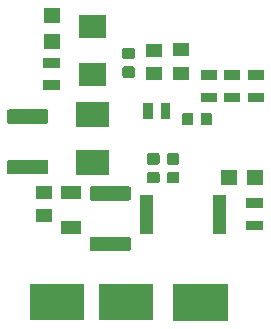
<source format=gts>
G04 #@! TF.GenerationSoftware,KiCad,Pcbnew,(5.1.4-0-10_14)*
G04 #@! TF.CreationDate,2020-02-13T02:06:37-05:00*
G04 #@! TF.ProjectId,Buck_HighCurrent,4275636b-5f48-4696-9768-43757272656e,rev?*
G04 #@! TF.SameCoordinates,Original*
G04 #@! TF.FileFunction,Soldermask,Top*
G04 #@! TF.FilePolarity,Negative*
%FSLAX46Y46*%
G04 Gerber Fmt 4.6, Leading zero omitted, Abs format (unit mm)*
G04 Created by KiCad (PCBNEW (5.1.4-0-10_14)) date 2020-02-13 02:06:37*
%MOMM*%
%LPD*%
G04 APERTURE LIST*
%ADD10C,0.100000*%
G04 APERTURE END LIST*
D10*
G36*
X115564680Y-138093780D02*
G01*
X110962680Y-138093780D01*
X110962680Y-134991780D01*
X115564680Y-134991780D01*
X115564680Y-138093780D01*
X115564680Y-138093780D01*
G37*
G36*
X103420940Y-138070920D02*
G01*
X98818940Y-138070920D01*
X98818940Y-134968920D01*
X103420940Y-134968920D01*
X103420940Y-138070920D01*
X103420940Y-138070920D01*
G37*
G36*
X109237540Y-138070920D02*
G01*
X104635540Y-138070920D01*
X104635540Y-134968920D01*
X109237540Y-134968920D01*
X109237540Y-138070920D01*
X109237540Y-138070920D01*
G37*
G36*
X107210667Y-130992298D02*
G01*
X107248678Y-131003829D01*
X107283702Y-131022549D01*
X107314409Y-131047751D01*
X107339611Y-131078458D01*
X107358331Y-131113482D01*
X107369862Y-131151493D01*
X107374360Y-131197163D01*
X107374360Y-132005437D01*
X107369862Y-132051107D01*
X107358331Y-132089118D01*
X107339611Y-132124142D01*
X107314409Y-132154849D01*
X107283702Y-132180051D01*
X107248678Y-132198771D01*
X107210667Y-132210302D01*
X107164997Y-132214800D01*
X104081723Y-132214800D01*
X104036053Y-132210302D01*
X103998042Y-132198771D01*
X103963018Y-132180051D01*
X103932311Y-132154849D01*
X103907109Y-132124142D01*
X103888389Y-132089118D01*
X103876858Y-132051107D01*
X103872360Y-132005437D01*
X103872360Y-131197163D01*
X103876858Y-131151493D01*
X103888389Y-131113482D01*
X103907109Y-131078458D01*
X103932311Y-131047751D01*
X103963018Y-131022549D01*
X103998042Y-131003829D01*
X104036053Y-130992298D01*
X104081723Y-130987800D01*
X107164997Y-130987800D01*
X107210667Y-130992298D01*
X107210667Y-130992298D01*
G37*
G36*
X103121560Y-130801060D02*
G01*
X101419560Y-130801060D01*
X101419560Y-129699060D01*
X103121560Y-129699060D01*
X103121560Y-130801060D01*
X103121560Y-130801060D01*
G37*
G36*
X109236400Y-130774440D02*
G01*
X108134400Y-130774440D01*
X108134400Y-127472440D01*
X109236400Y-127472440D01*
X109236400Y-130774440D01*
X109236400Y-130774440D01*
G37*
G36*
X115436400Y-130774440D02*
G01*
X114334400Y-130774440D01*
X114334400Y-127472440D01*
X115436400Y-127472440D01*
X115436400Y-130774440D01*
X115436400Y-130774440D01*
G37*
G36*
X118516360Y-130436340D02*
G01*
X117114360Y-130436340D01*
X117114360Y-129634340D01*
X118516360Y-129634340D01*
X118516360Y-130436340D01*
X118516360Y-130436340D01*
G37*
G36*
X100683420Y-129777820D02*
G01*
X99331420Y-129777820D01*
X99331420Y-128675820D01*
X100683420Y-128675820D01*
X100683420Y-129777820D01*
X100683420Y-129777820D01*
G37*
G36*
X118516360Y-128536340D02*
G01*
X117114360Y-128536340D01*
X117114360Y-127734340D01*
X118516360Y-127734340D01*
X118516360Y-128536340D01*
X118516360Y-128536340D01*
G37*
G36*
X107210667Y-126717298D02*
G01*
X107248678Y-126728829D01*
X107283702Y-126747549D01*
X107314409Y-126772751D01*
X107339611Y-126803458D01*
X107358331Y-126838482D01*
X107369862Y-126876493D01*
X107374360Y-126922163D01*
X107374360Y-127730437D01*
X107369862Y-127776107D01*
X107358331Y-127814118D01*
X107339611Y-127849142D01*
X107314409Y-127879849D01*
X107283702Y-127905051D01*
X107248678Y-127923771D01*
X107210667Y-127935302D01*
X107164997Y-127939800D01*
X104081723Y-127939800D01*
X104036053Y-127935302D01*
X103998042Y-127923771D01*
X103963018Y-127905051D01*
X103932311Y-127879849D01*
X103907109Y-127849142D01*
X103888389Y-127814118D01*
X103876858Y-127776107D01*
X103872360Y-127730437D01*
X103872360Y-126922163D01*
X103876858Y-126876493D01*
X103888389Y-126838482D01*
X103907109Y-126803458D01*
X103932311Y-126772751D01*
X103963018Y-126747549D01*
X103998042Y-126728829D01*
X104036053Y-126717298D01*
X104081723Y-126712800D01*
X107164997Y-126712800D01*
X107210667Y-126717298D01*
X107210667Y-126717298D01*
G37*
G36*
X103121560Y-127801060D02*
G01*
X101419560Y-127801060D01*
X101419560Y-126699060D01*
X103121560Y-126699060D01*
X103121560Y-127801060D01*
X103121560Y-127801060D01*
G37*
G36*
X100683420Y-127777820D02*
G01*
X99331420Y-127777820D01*
X99331420Y-126675820D01*
X100683420Y-126675820D01*
X100683420Y-127777820D01*
X100683420Y-127777820D01*
G37*
G36*
X116312260Y-126642620D02*
G01*
X115010260Y-126642620D01*
X115010260Y-125340620D01*
X116312260Y-125340620D01*
X116312260Y-126642620D01*
X116312260Y-126642620D01*
G37*
G36*
X118512260Y-126642620D02*
G01*
X117210260Y-126642620D01*
X117210260Y-125340620D01*
X118512260Y-125340620D01*
X118512260Y-126642620D01*
X118512260Y-126642620D01*
G37*
G36*
X109647851Y-125494605D02*
G01*
X109681829Y-125504913D01*
X109713150Y-125521654D01*
X109740599Y-125544181D01*
X109763126Y-125571630D01*
X109779867Y-125602951D01*
X109790175Y-125636929D01*
X109794260Y-125678410D01*
X109794260Y-126279630D01*
X109790175Y-126321111D01*
X109779867Y-126355089D01*
X109763126Y-126386410D01*
X109740599Y-126413859D01*
X109713150Y-126436386D01*
X109681829Y-126453127D01*
X109647851Y-126463435D01*
X109606370Y-126467520D01*
X108930150Y-126467520D01*
X108888669Y-126463435D01*
X108854691Y-126453127D01*
X108823370Y-126436386D01*
X108795921Y-126413859D01*
X108773394Y-126386410D01*
X108756653Y-126355089D01*
X108746345Y-126321111D01*
X108742260Y-126279630D01*
X108742260Y-125678410D01*
X108746345Y-125636929D01*
X108756653Y-125602951D01*
X108773394Y-125571630D01*
X108795921Y-125544181D01*
X108823370Y-125521654D01*
X108854691Y-125504913D01*
X108888669Y-125494605D01*
X108930150Y-125490520D01*
X109606370Y-125490520D01*
X109647851Y-125494605D01*
X109647851Y-125494605D01*
G37*
G36*
X111324251Y-125494605D02*
G01*
X111358229Y-125504913D01*
X111389550Y-125521654D01*
X111416999Y-125544181D01*
X111439526Y-125571630D01*
X111456267Y-125602951D01*
X111466575Y-125636929D01*
X111470660Y-125678410D01*
X111470660Y-126279630D01*
X111466575Y-126321111D01*
X111456267Y-126355089D01*
X111439526Y-126386410D01*
X111416999Y-126413859D01*
X111389550Y-126436386D01*
X111358229Y-126453127D01*
X111324251Y-126463435D01*
X111282770Y-126467520D01*
X110606550Y-126467520D01*
X110565069Y-126463435D01*
X110531091Y-126453127D01*
X110499770Y-126436386D01*
X110472321Y-126413859D01*
X110449794Y-126386410D01*
X110433053Y-126355089D01*
X110422745Y-126321111D01*
X110418660Y-126279630D01*
X110418660Y-125678410D01*
X110422745Y-125636929D01*
X110433053Y-125602951D01*
X110449794Y-125571630D01*
X110472321Y-125544181D01*
X110499770Y-125521654D01*
X110531091Y-125504913D01*
X110565069Y-125494605D01*
X110606550Y-125490520D01*
X111282770Y-125490520D01*
X111324251Y-125494605D01*
X111324251Y-125494605D01*
G37*
G36*
X105511800Y-125755600D02*
G01*
X102717400Y-125755600D01*
X102717400Y-123672400D01*
X105511800Y-123672400D01*
X105511800Y-125755600D01*
X105511800Y-125755600D01*
G37*
G36*
X100223127Y-124482278D02*
G01*
X100261138Y-124493809D01*
X100296162Y-124512529D01*
X100326869Y-124537731D01*
X100352071Y-124568438D01*
X100370791Y-124603462D01*
X100382322Y-124641473D01*
X100386820Y-124687143D01*
X100386820Y-125495417D01*
X100382322Y-125541087D01*
X100370791Y-125579098D01*
X100352071Y-125614122D01*
X100326869Y-125644829D01*
X100296162Y-125670031D01*
X100261138Y-125688751D01*
X100223127Y-125700282D01*
X100177457Y-125704780D01*
X97094183Y-125704780D01*
X97048513Y-125700282D01*
X97010502Y-125688751D01*
X96975478Y-125670031D01*
X96944771Y-125644829D01*
X96919569Y-125614122D01*
X96900849Y-125579098D01*
X96889318Y-125541087D01*
X96884820Y-125495417D01*
X96884820Y-124687143D01*
X96889318Y-124641473D01*
X96900849Y-124603462D01*
X96919569Y-124568438D01*
X96944771Y-124537731D01*
X96975478Y-124512529D01*
X97010502Y-124493809D01*
X97048513Y-124482278D01*
X97094183Y-124477780D01*
X100177457Y-124477780D01*
X100223127Y-124482278D01*
X100223127Y-124482278D01*
G37*
G36*
X111324251Y-123919605D02*
G01*
X111358229Y-123929913D01*
X111389550Y-123946654D01*
X111416999Y-123969181D01*
X111439526Y-123996630D01*
X111456267Y-124027951D01*
X111466575Y-124061929D01*
X111470660Y-124103410D01*
X111470660Y-124704630D01*
X111466575Y-124746111D01*
X111456267Y-124780089D01*
X111439526Y-124811410D01*
X111416999Y-124838859D01*
X111389550Y-124861386D01*
X111358229Y-124878127D01*
X111324251Y-124888435D01*
X111282770Y-124892520D01*
X110606550Y-124892520D01*
X110565069Y-124888435D01*
X110531091Y-124878127D01*
X110499770Y-124861386D01*
X110472321Y-124838859D01*
X110449794Y-124811410D01*
X110433053Y-124780089D01*
X110422745Y-124746111D01*
X110418660Y-124704630D01*
X110418660Y-124103410D01*
X110422745Y-124061929D01*
X110433053Y-124027951D01*
X110449794Y-123996630D01*
X110472321Y-123969181D01*
X110499770Y-123946654D01*
X110531091Y-123929913D01*
X110565069Y-123919605D01*
X110606550Y-123915520D01*
X111282770Y-123915520D01*
X111324251Y-123919605D01*
X111324251Y-123919605D01*
G37*
G36*
X109647851Y-123919605D02*
G01*
X109681829Y-123929913D01*
X109713150Y-123946654D01*
X109740599Y-123969181D01*
X109763126Y-123996630D01*
X109779867Y-124027951D01*
X109790175Y-124061929D01*
X109794260Y-124103410D01*
X109794260Y-124704630D01*
X109790175Y-124746111D01*
X109779867Y-124780089D01*
X109763126Y-124811410D01*
X109740599Y-124838859D01*
X109713150Y-124861386D01*
X109681829Y-124878127D01*
X109647851Y-124888435D01*
X109606370Y-124892520D01*
X108930150Y-124892520D01*
X108888669Y-124888435D01*
X108854691Y-124878127D01*
X108823370Y-124861386D01*
X108795921Y-124838859D01*
X108773394Y-124811410D01*
X108756653Y-124780089D01*
X108746345Y-124746111D01*
X108742260Y-124704630D01*
X108742260Y-124103410D01*
X108746345Y-124061929D01*
X108756653Y-124027951D01*
X108773394Y-123996630D01*
X108795921Y-123969181D01*
X108823370Y-123946654D01*
X108854691Y-123929913D01*
X108888669Y-123919605D01*
X108930150Y-123915520D01*
X109606370Y-123915520D01*
X109647851Y-123919605D01*
X109647851Y-123919605D01*
G37*
G36*
X105511800Y-121691600D02*
G01*
X102717400Y-121691600D01*
X102717400Y-119608400D01*
X105511800Y-119608400D01*
X105511800Y-121691600D01*
X105511800Y-121691600D01*
G37*
G36*
X112518551Y-120504005D02*
G01*
X112552529Y-120514313D01*
X112583850Y-120531054D01*
X112611299Y-120553581D01*
X112633826Y-120581030D01*
X112650567Y-120612351D01*
X112660875Y-120646329D01*
X112664960Y-120687810D01*
X112664960Y-121364030D01*
X112660875Y-121405511D01*
X112650567Y-121439489D01*
X112633826Y-121470810D01*
X112611299Y-121498259D01*
X112583850Y-121520786D01*
X112552529Y-121537527D01*
X112518551Y-121547835D01*
X112477070Y-121551920D01*
X111875850Y-121551920D01*
X111834369Y-121547835D01*
X111800391Y-121537527D01*
X111769070Y-121520786D01*
X111741621Y-121498259D01*
X111719094Y-121470810D01*
X111702353Y-121439489D01*
X111692045Y-121405511D01*
X111687960Y-121364030D01*
X111687960Y-120687810D01*
X111692045Y-120646329D01*
X111702353Y-120612351D01*
X111719094Y-120581030D01*
X111741621Y-120553581D01*
X111769070Y-120531054D01*
X111800391Y-120514313D01*
X111834369Y-120504005D01*
X111875850Y-120499920D01*
X112477070Y-120499920D01*
X112518551Y-120504005D01*
X112518551Y-120504005D01*
G37*
G36*
X114093551Y-120504005D02*
G01*
X114127529Y-120514313D01*
X114158850Y-120531054D01*
X114186299Y-120553581D01*
X114208826Y-120581030D01*
X114225567Y-120612351D01*
X114235875Y-120646329D01*
X114239960Y-120687810D01*
X114239960Y-121364030D01*
X114235875Y-121405511D01*
X114225567Y-121439489D01*
X114208826Y-121470810D01*
X114186299Y-121498259D01*
X114158850Y-121520786D01*
X114127529Y-121537527D01*
X114093551Y-121547835D01*
X114052070Y-121551920D01*
X113450850Y-121551920D01*
X113409369Y-121547835D01*
X113375391Y-121537527D01*
X113344070Y-121520786D01*
X113316621Y-121498259D01*
X113294094Y-121470810D01*
X113277353Y-121439489D01*
X113267045Y-121405511D01*
X113262960Y-121364030D01*
X113262960Y-120687810D01*
X113267045Y-120646329D01*
X113277353Y-120612351D01*
X113294094Y-120581030D01*
X113316621Y-120553581D01*
X113344070Y-120531054D01*
X113375391Y-120514313D01*
X113409369Y-120504005D01*
X113450850Y-120499920D01*
X114052070Y-120499920D01*
X114093551Y-120504005D01*
X114093551Y-120504005D01*
G37*
G36*
X100223127Y-120207278D02*
G01*
X100261138Y-120218809D01*
X100296162Y-120237529D01*
X100326869Y-120262731D01*
X100352071Y-120293438D01*
X100370791Y-120328462D01*
X100382322Y-120366473D01*
X100386820Y-120412143D01*
X100386820Y-121220417D01*
X100382322Y-121266087D01*
X100370791Y-121304098D01*
X100352071Y-121339122D01*
X100326869Y-121369829D01*
X100296162Y-121395031D01*
X100261138Y-121413751D01*
X100223127Y-121425282D01*
X100177457Y-121429780D01*
X97094183Y-121429780D01*
X97048513Y-121425282D01*
X97010502Y-121413751D01*
X96975478Y-121395031D01*
X96944771Y-121369829D01*
X96919569Y-121339122D01*
X96900849Y-121304098D01*
X96889318Y-121266087D01*
X96884820Y-121220417D01*
X96884820Y-120412143D01*
X96889318Y-120366473D01*
X96900849Y-120328462D01*
X96919569Y-120293438D01*
X96944771Y-120262731D01*
X96975478Y-120237529D01*
X97010502Y-120218809D01*
X97048513Y-120207278D01*
X97094183Y-120202780D01*
X100177457Y-120202780D01*
X100223127Y-120207278D01*
X100223127Y-120207278D01*
G37*
G36*
X110703740Y-121011440D02*
G01*
X109901740Y-121011440D01*
X109901740Y-119709440D01*
X110703740Y-119709440D01*
X110703740Y-121011440D01*
X110703740Y-121011440D01*
G37*
G36*
X109203740Y-121011440D02*
G01*
X108401740Y-121011440D01*
X108401740Y-119709440D01*
X109203740Y-119709440D01*
X109203740Y-121011440D01*
X109203740Y-121011440D01*
G37*
G36*
X114665720Y-119623560D02*
G01*
X113263720Y-119623560D01*
X113263720Y-118821560D01*
X114665720Y-118821560D01*
X114665720Y-119623560D01*
X114665720Y-119623560D01*
G37*
G36*
X116641840Y-119623560D02*
G01*
X115239840Y-119623560D01*
X115239840Y-118821560D01*
X116641840Y-118821560D01*
X116641840Y-119623560D01*
X116641840Y-119623560D01*
G37*
G36*
X118676380Y-119610860D02*
G01*
X117274380Y-119610860D01*
X117274380Y-118808860D01*
X118676380Y-118808860D01*
X118676380Y-119610860D01*
X118676380Y-119610860D01*
G37*
G36*
X101361200Y-118569460D02*
G01*
X99959200Y-118569460D01*
X99959200Y-117767460D01*
X101361200Y-117767460D01*
X101361200Y-118569460D01*
X101361200Y-118569460D01*
G37*
G36*
X105227320Y-118194020D02*
G01*
X102966320Y-118194020D01*
X102966320Y-116314020D01*
X105227320Y-116314020D01*
X105227320Y-118194020D01*
X105227320Y-118194020D01*
G37*
G36*
X109984900Y-117750920D02*
G01*
X108632900Y-117750920D01*
X108632900Y-116648920D01*
X109984900Y-116648920D01*
X109984900Y-117750920D01*
X109984900Y-117750920D01*
G37*
G36*
X114665720Y-117723560D02*
G01*
X113263720Y-117723560D01*
X113263720Y-116921560D01*
X114665720Y-116921560D01*
X114665720Y-117723560D01*
X114665720Y-117723560D01*
G37*
G36*
X116641840Y-117723560D02*
G01*
X115239840Y-117723560D01*
X115239840Y-116921560D01*
X116641840Y-116921560D01*
X116641840Y-117723560D01*
X116641840Y-117723560D01*
G37*
G36*
X118676380Y-117710860D02*
G01*
X117274380Y-117710860D01*
X117274380Y-116908860D01*
X118676380Y-116908860D01*
X118676380Y-117710860D01*
X118676380Y-117710860D01*
G37*
G36*
X112250580Y-117702660D02*
G01*
X110898580Y-117702660D01*
X110898580Y-116600660D01*
X112250580Y-116600660D01*
X112250580Y-117702660D01*
X112250580Y-117702660D01*
G37*
G36*
X107549811Y-116566505D02*
G01*
X107583789Y-116576813D01*
X107615110Y-116593554D01*
X107642559Y-116616081D01*
X107665086Y-116643530D01*
X107681827Y-116674851D01*
X107692135Y-116708829D01*
X107696220Y-116750310D01*
X107696220Y-117351530D01*
X107692135Y-117393011D01*
X107681827Y-117426989D01*
X107665086Y-117458310D01*
X107642559Y-117485759D01*
X107615110Y-117508286D01*
X107583789Y-117525027D01*
X107549811Y-117535335D01*
X107508330Y-117539420D01*
X106832110Y-117539420D01*
X106790629Y-117535335D01*
X106756651Y-117525027D01*
X106725330Y-117508286D01*
X106697881Y-117485759D01*
X106675354Y-117458310D01*
X106658613Y-117426989D01*
X106648305Y-117393011D01*
X106644220Y-117351530D01*
X106644220Y-116750310D01*
X106648305Y-116708829D01*
X106658613Y-116674851D01*
X106675354Y-116643530D01*
X106697881Y-116616081D01*
X106725330Y-116593554D01*
X106756651Y-116576813D01*
X106790629Y-116566505D01*
X106832110Y-116562420D01*
X107508330Y-116562420D01*
X107549811Y-116566505D01*
X107549811Y-116566505D01*
G37*
G36*
X101361200Y-116669460D02*
G01*
X99959200Y-116669460D01*
X99959200Y-115867460D01*
X101361200Y-115867460D01*
X101361200Y-116669460D01*
X101361200Y-116669460D01*
G37*
G36*
X107549811Y-114991505D02*
G01*
X107583789Y-115001813D01*
X107615110Y-115018554D01*
X107642559Y-115041081D01*
X107665086Y-115068530D01*
X107681827Y-115099851D01*
X107692135Y-115133829D01*
X107696220Y-115175310D01*
X107696220Y-115776530D01*
X107692135Y-115818011D01*
X107681827Y-115851989D01*
X107665086Y-115883310D01*
X107642559Y-115910759D01*
X107615110Y-115933286D01*
X107583789Y-115950027D01*
X107549811Y-115960335D01*
X107508330Y-115964420D01*
X106832110Y-115964420D01*
X106790629Y-115960335D01*
X106756651Y-115950027D01*
X106725330Y-115933286D01*
X106697881Y-115910759D01*
X106675354Y-115883310D01*
X106658613Y-115851989D01*
X106648305Y-115818011D01*
X106644220Y-115776530D01*
X106644220Y-115175310D01*
X106648305Y-115133829D01*
X106658613Y-115099851D01*
X106675354Y-115068530D01*
X106697881Y-115041081D01*
X106725330Y-115018554D01*
X106756651Y-115001813D01*
X106790629Y-114991505D01*
X106832110Y-114987420D01*
X107508330Y-114987420D01*
X107549811Y-114991505D01*
X107549811Y-114991505D01*
G37*
G36*
X109984900Y-115750920D02*
G01*
X108632900Y-115750920D01*
X108632900Y-114648920D01*
X109984900Y-114648920D01*
X109984900Y-115750920D01*
X109984900Y-115750920D01*
G37*
G36*
X112250580Y-115702660D02*
G01*
X110898580Y-115702660D01*
X110898580Y-114600660D01*
X112250580Y-114600660D01*
X112250580Y-115702660D01*
X112250580Y-115702660D01*
G37*
G36*
X101339140Y-115134060D02*
G01*
X100037140Y-115134060D01*
X100037140Y-113832060D01*
X101339140Y-113832060D01*
X101339140Y-115134060D01*
X101339140Y-115134060D01*
G37*
G36*
X105227320Y-114130020D02*
G01*
X102966320Y-114130020D01*
X102966320Y-112250020D01*
X105227320Y-112250020D01*
X105227320Y-114130020D01*
X105227320Y-114130020D01*
G37*
G36*
X101339140Y-112934060D02*
G01*
X100037140Y-112934060D01*
X100037140Y-111632060D01*
X101339140Y-111632060D01*
X101339140Y-112934060D01*
X101339140Y-112934060D01*
G37*
M02*

</source>
